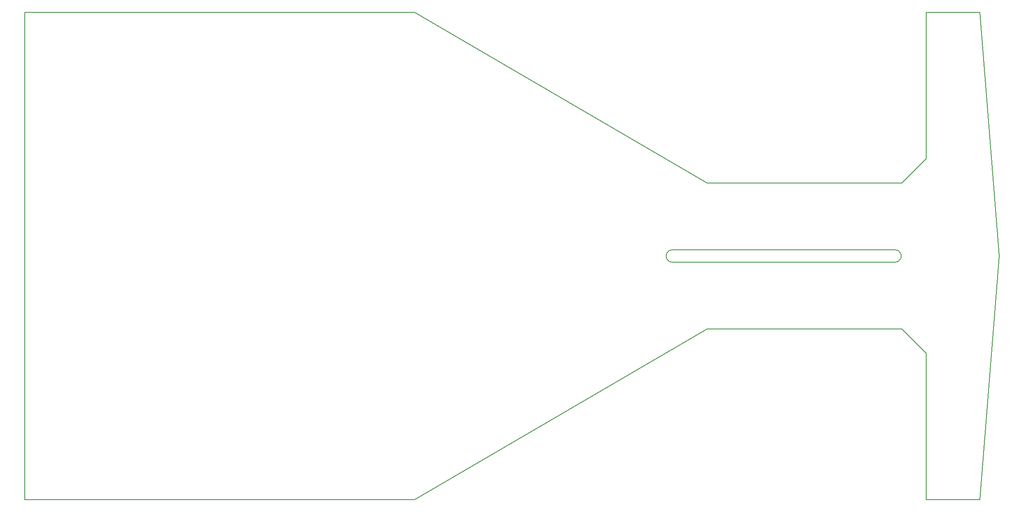
<source format=gbr>
G04 #@! TF.FileFunction,Profile,NP*
%FSLAX46Y46*%
G04 Gerber Fmt 4.6, Leading zero omitted, Abs format (unit mm)*
G04 Created by KiCad (PCBNEW 4.0.7-e2-6376~58~ubuntu14.04.1) date Tue Oct  3 22:56:20 2017*
%MOMM*%
%LPD*%
G01*
G04 APERTURE LIST*
%ADD10C,0.100000*%
%ADD11C,0.150000*%
G04 APERTURE END LIST*
D10*
D11*
X182880000Y-96266000D02*
X228600000Y-96266000D01*
X228600000Y-93726000D02*
X182880000Y-93726000D01*
X181610000Y-94996000D02*
G75*
G03X182880000Y-96266000I1270000J0D01*
G01*
X182880000Y-93726000D02*
G75*
G03X181610000Y-94996000I0J-1270000D01*
G01*
X228600000Y-96266000D02*
G75*
G03X229870000Y-94996000I0J1270000D01*
G01*
X229870000Y-94996000D02*
G75*
G03X228600000Y-93726000I-1270000J0D01*
G01*
X246000000Y-145000000D02*
X250000000Y-95000000D01*
X235000000Y-145000000D02*
X246000000Y-145000000D01*
X246000000Y-45000000D02*
X250000000Y-95000000D01*
X235000000Y-45000000D02*
X246000000Y-45000000D01*
X190000000Y-110000000D02*
X130000000Y-145000000D01*
X230000000Y-110000000D02*
X190000000Y-110000000D01*
X190000000Y-80000000D02*
X130000000Y-45000000D01*
X230000000Y-80000000D02*
X190000000Y-80000000D01*
X130000000Y-45000000D02*
X50000000Y-45000000D01*
X235000000Y-75000000D02*
X230000000Y-80000000D01*
X235000000Y-45000000D02*
X235000000Y-75000000D01*
X235000000Y-115000000D02*
X235000000Y-145000000D01*
X230000000Y-110000000D02*
X235000000Y-115000000D01*
X50000000Y-145000000D02*
X130000000Y-145000000D01*
X50000000Y-45000000D02*
X50000000Y-145000000D01*
M02*

</source>
